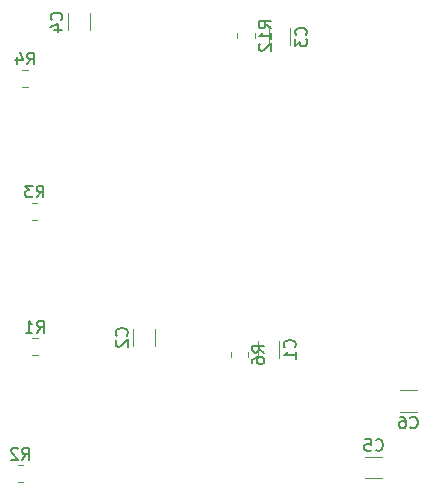
<source format=gbr>
%TF.GenerationSoftware,KiCad,Pcbnew,7.0.5*%
%TF.CreationDate,2023-11-23T21:46:28-03:00*%
%TF.ProjectId,Inversor,496e7665-7273-46f7-922e-6b696361645f,rev?*%
%TF.SameCoordinates,Original*%
%TF.FileFunction,Legend,Bot*%
%TF.FilePolarity,Positive*%
%FSLAX46Y46*%
G04 Gerber Fmt 4.6, Leading zero omitted, Abs format (unit mm)*
G04 Created by KiCad (PCBNEW 7.0.5) date 2023-11-23 21:46:28*
%MOMM*%
%LPD*%
G01*
G04 APERTURE LIST*
%ADD10C,0.150000*%
%ADD11C,0.120000*%
G04 APERTURE END LIST*
D10*
%TO.C,R12*%
X85274819Y-82777142D02*
X84798628Y-82443809D01*
X85274819Y-82205714D02*
X84274819Y-82205714D01*
X84274819Y-82205714D02*
X84274819Y-82586666D01*
X84274819Y-82586666D02*
X84322438Y-82681904D01*
X84322438Y-82681904D02*
X84370057Y-82729523D01*
X84370057Y-82729523D02*
X84465295Y-82777142D01*
X84465295Y-82777142D02*
X84608152Y-82777142D01*
X84608152Y-82777142D02*
X84703390Y-82729523D01*
X84703390Y-82729523D02*
X84751009Y-82681904D01*
X84751009Y-82681904D02*
X84798628Y-82586666D01*
X84798628Y-82586666D02*
X84798628Y-82205714D01*
X85274819Y-83729523D02*
X85274819Y-83158095D01*
X85274819Y-83443809D02*
X84274819Y-83443809D01*
X84274819Y-83443809D02*
X84417676Y-83348571D01*
X84417676Y-83348571D02*
X84512914Y-83253333D01*
X84512914Y-83253333D02*
X84560533Y-83158095D01*
X84370057Y-84110476D02*
X84322438Y-84158095D01*
X84322438Y-84158095D02*
X84274819Y-84253333D01*
X84274819Y-84253333D02*
X84274819Y-84491428D01*
X84274819Y-84491428D02*
X84322438Y-84586666D01*
X84322438Y-84586666D02*
X84370057Y-84634285D01*
X84370057Y-84634285D02*
X84465295Y-84681904D01*
X84465295Y-84681904D02*
X84560533Y-84681904D01*
X84560533Y-84681904D02*
X84703390Y-84634285D01*
X84703390Y-84634285D02*
X85274819Y-84062857D01*
X85274819Y-84062857D02*
X85274819Y-84681904D01*
%TO.C,R4*%
X64646666Y-85844819D02*
X64979999Y-85368628D01*
X65218094Y-85844819D02*
X65218094Y-84844819D01*
X65218094Y-84844819D02*
X64837142Y-84844819D01*
X64837142Y-84844819D02*
X64741904Y-84892438D01*
X64741904Y-84892438D02*
X64694285Y-84940057D01*
X64694285Y-84940057D02*
X64646666Y-85035295D01*
X64646666Y-85035295D02*
X64646666Y-85178152D01*
X64646666Y-85178152D02*
X64694285Y-85273390D01*
X64694285Y-85273390D02*
X64741904Y-85321009D01*
X64741904Y-85321009D02*
X64837142Y-85368628D01*
X64837142Y-85368628D02*
X65218094Y-85368628D01*
X63789523Y-85178152D02*
X63789523Y-85844819D01*
X64027618Y-84797200D02*
X64265713Y-85511485D01*
X64265713Y-85511485D02*
X63646666Y-85511485D01*
%TO.C,R6*%
X84724819Y-110243333D02*
X84248628Y-109910000D01*
X84724819Y-109671905D02*
X83724819Y-109671905D01*
X83724819Y-109671905D02*
X83724819Y-110052857D01*
X83724819Y-110052857D02*
X83772438Y-110148095D01*
X83772438Y-110148095D02*
X83820057Y-110195714D01*
X83820057Y-110195714D02*
X83915295Y-110243333D01*
X83915295Y-110243333D02*
X84058152Y-110243333D01*
X84058152Y-110243333D02*
X84153390Y-110195714D01*
X84153390Y-110195714D02*
X84201009Y-110148095D01*
X84201009Y-110148095D02*
X84248628Y-110052857D01*
X84248628Y-110052857D02*
X84248628Y-109671905D01*
X83724819Y-111100476D02*
X83724819Y-110910000D01*
X83724819Y-110910000D02*
X83772438Y-110814762D01*
X83772438Y-110814762D02*
X83820057Y-110767143D01*
X83820057Y-110767143D02*
X83962914Y-110671905D01*
X83962914Y-110671905D02*
X84153390Y-110624286D01*
X84153390Y-110624286D02*
X84534342Y-110624286D01*
X84534342Y-110624286D02*
X84629580Y-110671905D01*
X84629580Y-110671905D02*
X84677200Y-110719524D01*
X84677200Y-110719524D02*
X84724819Y-110814762D01*
X84724819Y-110814762D02*
X84724819Y-111005238D01*
X84724819Y-111005238D02*
X84677200Y-111100476D01*
X84677200Y-111100476D02*
X84629580Y-111148095D01*
X84629580Y-111148095D02*
X84534342Y-111195714D01*
X84534342Y-111195714D02*
X84296247Y-111195714D01*
X84296247Y-111195714D02*
X84201009Y-111148095D01*
X84201009Y-111148095D02*
X84153390Y-111100476D01*
X84153390Y-111100476D02*
X84105771Y-111005238D01*
X84105771Y-111005238D02*
X84105771Y-110814762D01*
X84105771Y-110814762D02*
X84153390Y-110719524D01*
X84153390Y-110719524D02*
X84201009Y-110671905D01*
X84201009Y-110671905D02*
X84296247Y-110624286D01*
%TO.C,R2*%
X64246666Y-119314819D02*
X64579999Y-118838628D01*
X64818094Y-119314819D02*
X64818094Y-118314819D01*
X64818094Y-118314819D02*
X64437142Y-118314819D01*
X64437142Y-118314819D02*
X64341904Y-118362438D01*
X64341904Y-118362438D02*
X64294285Y-118410057D01*
X64294285Y-118410057D02*
X64246666Y-118505295D01*
X64246666Y-118505295D02*
X64246666Y-118648152D01*
X64246666Y-118648152D02*
X64294285Y-118743390D01*
X64294285Y-118743390D02*
X64341904Y-118791009D01*
X64341904Y-118791009D02*
X64437142Y-118838628D01*
X64437142Y-118838628D02*
X64818094Y-118838628D01*
X63865713Y-118410057D02*
X63818094Y-118362438D01*
X63818094Y-118362438D02*
X63722856Y-118314819D01*
X63722856Y-118314819D02*
X63484761Y-118314819D01*
X63484761Y-118314819D02*
X63389523Y-118362438D01*
X63389523Y-118362438D02*
X63341904Y-118410057D01*
X63341904Y-118410057D02*
X63294285Y-118505295D01*
X63294285Y-118505295D02*
X63294285Y-118600533D01*
X63294285Y-118600533D02*
X63341904Y-118743390D01*
X63341904Y-118743390D02*
X63913332Y-119314819D01*
X63913332Y-119314819D02*
X63294285Y-119314819D01*
%TO.C,C6*%
X97091666Y-116564580D02*
X97139285Y-116612200D01*
X97139285Y-116612200D02*
X97282142Y-116659819D01*
X97282142Y-116659819D02*
X97377380Y-116659819D01*
X97377380Y-116659819D02*
X97520237Y-116612200D01*
X97520237Y-116612200D02*
X97615475Y-116516961D01*
X97615475Y-116516961D02*
X97663094Y-116421723D01*
X97663094Y-116421723D02*
X97710713Y-116231247D01*
X97710713Y-116231247D02*
X97710713Y-116088390D01*
X97710713Y-116088390D02*
X97663094Y-115897914D01*
X97663094Y-115897914D02*
X97615475Y-115802676D01*
X97615475Y-115802676D02*
X97520237Y-115707438D01*
X97520237Y-115707438D02*
X97377380Y-115659819D01*
X97377380Y-115659819D02*
X97282142Y-115659819D01*
X97282142Y-115659819D02*
X97139285Y-115707438D01*
X97139285Y-115707438D02*
X97091666Y-115755057D01*
X96234523Y-115659819D02*
X96424999Y-115659819D01*
X96424999Y-115659819D02*
X96520237Y-115707438D01*
X96520237Y-115707438D02*
X96567856Y-115755057D01*
X96567856Y-115755057D02*
X96663094Y-115897914D01*
X96663094Y-115897914D02*
X96710713Y-116088390D01*
X96710713Y-116088390D02*
X96710713Y-116469342D01*
X96710713Y-116469342D02*
X96663094Y-116564580D01*
X96663094Y-116564580D02*
X96615475Y-116612200D01*
X96615475Y-116612200D02*
X96520237Y-116659819D01*
X96520237Y-116659819D02*
X96329761Y-116659819D01*
X96329761Y-116659819D02*
X96234523Y-116612200D01*
X96234523Y-116612200D02*
X96186904Y-116564580D01*
X96186904Y-116564580D02*
X96139285Y-116469342D01*
X96139285Y-116469342D02*
X96139285Y-116231247D01*
X96139285Y-116231247D02*
X96186904Y-116136009D01*
X96186904Y-116136009D02*
X96234523Y-116088390D01*
X96234523Y-116088390D02*
X96329761Y-116040771D01*
X96329761Y-116040771D02*
X96520237Y-116040771D01*
X96520237Y-116040771D02*
X96615475Y-116088390D01*
X96615475Y-116088390D02*
X96663094Y-116136009D01*
X96663094Y-116136009D02*
X96710713Y-116231247D01*
%TO.C,C3*%
X88239580Y-83343333D02*
X88287200Y-83295714D01*
X88287200Y-83295714D02*
X88334819Y-83152857D01*
X88334819Y-83152857D02*
X88334819Y-83057619D01*
X88334819Y-83057619D02*
X88287200Y-82914762D01*
X88287200Y-82914762D02*
X88191961Y-82819524D01*
X88191961Y-82819524D02*
X88096723Y-82771905D01*
X88096723Y-82771905D02*
X87906247Y-82724286D01*
X87906247Y-82724286D02*
X87763390Y-82724286D01*
X87763390Y-82724286D02*
X87572914Y-82771905D01*
X87572914Y-82771905D02*
X87477676Y-82819524D01*
X87477676Y-82819524D02*
X87382438Y-82914762D01*
X87382438Y-82914762D02*
X87334819Y-83057619D01*
X87334819Y-83057619D02*
X87334819Y-83152857D01*
X87334819Y-83152857D02*
X87382438Y-83295714D01*
X87382438Y-83295714D02*
X87430057Y-83343333D01*
X87334819Y-83676667D02*
X87334819Y-84295714D01*
X87334819Y-84295714D02*
X87715771Y-83962381D01*
X87715771Y-83962381D02*
X87715771Y-84105238D01*
X87715771Y-84105238D02*
X87763390Y-84200476D01*
X87763390Y-84200476D02*
X87811009Y-84248095D01*
X87811009Y-84248095D02*
X87906247Y-84295714D01*
X87906247Y-84295714D02*
X88144342Y-84295714D01*
X88144342Y-84295714D02*
X88239580Y-84248095D01*
X88239580Y-84248095D02*
X88287200Y-84200476D01*
X88287200Y-84200476D02*
X88334819Y-84105238D01*
X88334819Y-84105238D02*
X88334819Y-83819524D01*
X88334819Y-83819524D02*
X88287200Y-83724286D01*
X88287200Y-83724286D02*
X88239580Y-83676667D01*
%TO.C,R1*%
X65486666Y-108549819D02*
X65819999Y-108073628D01*
X66058094Y-108549819D02*
X66058094Y-107549819D01*
X66058094Y-107549819D02*
X65677142Y-107549819D01*
X65677142Y-107549819D02*
X65581904Y-107597438D01*
X65581904Y-107597438D02*
X65534285Y-107645057D01*
X65534285Y-107645057D02*
X65486666Y-107740295D01*
X65486666Y-107740295D02*
X65486666Y-107883152D01*
X65486666Y-107883152D02*
X65534285Y-107978390D01*
X65534285Y-107978390D02*
X65581904Y-108026009D01*
X65581904Y-108026009D02*
X65677142Y-108073628D01*
X65677142Y-108073628D02*
X66058094Y-108073628D01*
X64534285Y-108549819D02*
X65105713Y-108549819D01*
X64819999Y-108549819D02*
X64819999Y-107549819D01*
X64819999Y-107549819D02*
X64915237Y-107692676D01*
X64915237Y-107692676D02*
X65010475Y-107787914D01*
X65010475Y-107787914D02*
X65105713Y-107835533D01*
%TO.C,C5*%
X94166666Y-118474580D02*
X94214285Y-118522200D01*
X94214285Y-118522200D02*
X94357142Y-118569819D01*
X94357142Y-118569819D02*
X94452380Y-118569819D01*
X94452380Y-118569819D02*
X94595237Y-118522200D01*
X94595237Y-118522200D02*
X94690475Y-118426961D01*
X94690475Y-118426961D02*
X94738094Y-118331723D01*
X94738094Y-118331723D02*
X94785713Y-118141247D01*
X94785713Y-118141247D02*
X94785713Y-117998390D01*
X94785713Y-117998390D02*
X94738094Y-117807914D01*
X94738094Y-117807914D02*
X94690475Y-117712676D01*
X94690475Y-117712676D02*
X94595237Y-117617438D01*
X94595237Y-117617438D02*
X94452380Y-117569819D01*
X94452380Y-117569819D02*
X94357142Y-117569819D01*
X94357142Y-117569819D02*
X94214285Y-117617438D01*
X94214285Y-117617438D02*
X94166666Y-117665057D01*
X93261904Y-117569819D02*
X93738094Y-117569819D01*
X93738094Y-117569819D02*
X93785713Y-118046009D01*
X93785713Y-118046009D02*
X93738094Y-117998390D01*
X93738094Y-117998390D02*
X93642856Y-117950771D01*
X93642856Y-117950771D02*
X93404761Y-117950771D01*
X93404761Y-117950771D02*
X93309523Y-117998390D01*
X93309523Y-117998390D02*
X93261904Y-118046009D01*
X93261904Y-118046009D02*
X93214285Y-118141247D01*
X93214285Y-118141247D02*
X93214285Y-118379342D01*
X93214285Y-118379342D02*
X93261904Y-118474580D01*
X93261904Y-118474580D02*
X93309523Y-118522200D01*
X93309523Y-118522200D02*
X93404761Y-118569819D01*
X93404761Y-118569819D02*
X93642856Y-118569819D01*
X93642856Y-118569819D02*
X93738094Y-118522200D01*
X93738094Y-118522200D02*
X93785713Y-118474580D01*
%TO.C,C1*%
X87289580Y-109798333D02*
X87337200Y-109750714D01*
X87337200Y-109750714D02*
X87384819Y-109607857D01*
X87384819Y-109607857D02*
X87384819Y-109512619D01*
X87384819Y-109512619D02*
X87337200Y-109369762D01*
X87337200Y-109369762D02*
X87241961Y-109274524D01*
X87241961Y-109274524D02*
X87146723Y-109226905D01*
X87146723Y-109226905D02*
X86956247Y-109179286D01*
X86956247Y-109179286D02*
X86813390Y-109179286D01*
X86813390Y-109179286D02*
X86622914Y-109226905D01*
X86622914Y-109226905D02*
X86527676Y-109274524D01*
X86527676Y-109274524D02*
X86432438Y-109369762D01*
X86432438Y-109369762D02*
X86384819Y-109512619D01*
X86384819Y-109512619D02*
X86384819Y-109607857D01*
X86384819Y-109607857D02*
X86432438Y-109750714D01*
X86432438Y-109750714D02*
X86480057Y-109798333D01*
X87384819Y-110750714D02*
X87384819Y-110179286D01*
X87384819Y-110465000D02*
X86384819Y-110465000D01*
X86384819Y-110465000D02*
X86527676Y-110369762D01*
X86527676Y-110369762D02*
X86622914Y-110274524D01*
X86622914Y-110274524D02*
X86670533Y-110179286D01*
%TO.C,C4*%
X67539580Y-82073333D02*
X67587200Y-82025714D01*
X67587200Y-82025714D02*
X67634819Y-81882857D01*
X67634819Y-81882857D02*
X67634819Y-81787619D01*
X67634819Y-81787619D02*
X67587200Y-81644762D01*
X67587200Y-81644762D02*
X67491961Y-81549524D01*
X67491961Y-81549524D02*
X67396723Y-81501905D01*
X67396723Y-81501905D02*
X67206247Y-81454286D01*
X67206247Y-81454286D02*
X67063390Y-81454286D01*
X67063390Y-81454286D02*
X66872914Y-81501905D01*
X66872914Y-81501905D02*
X66777676Y-81549524D01*
X66777676Y-81549524D02*
X66682438Y-81644762D01*
X66682438Y-81644762D02*
X66634819Y-81787619D01*
X66634819Y-81787619D02*
X66634819Y-81882857D01*
X66634819Y-81882857D02*
X66682438Y-82025714D01*
X66682438Y-82025714D02*
X66730057Y-82073333D01*
X66968152Y-82930476D02*
X67634819Y-82930476D01*
X66587200Y-82692381D02*
X67301485Y-82454286D01*
X67301485Y-82454286D02*
X67301485Y-83073333D01*
%TO.C,C2*%
X73069580Y-108803333D02*
X73117200Y-108755714D01*
X73117200Y-108755714D02*
X73164819Y-108612857D01*
X73164819Y-108612857D02*
X73164819Y-108517619D01*
X73164819Y-108517619D02*
X73117200Y-108374762D01*
X73117200Y-108374762D02*
X73021961Y-108279524D01*
X73021961Y-108279524D02*
X72926723Y-108231905D01*
X72926723Y-108231905D02*
X72736247Y-108184286D01*
X72736247Y-108184286D02*
X72593390Y-108184286D01*
X72593390Y-108184286D02*
X72402914Y-108231905D01*
X72402914Y-108231905D02*
X72307676Y-108279524D01*
X72307676Y-108279524D02*
X72212438Y-108374762D01*
X72212438Y-108374762D02*
X72164819Y-108517619D01*
X72164819Y-108517619D02*
X72164819Y-108612857D01*
X72164819Y-108612857D02*
X72212438Y-108755714D01*
X72212438Y-108755714D02*
X72260057Y-108803333D01*
X72260057Y-109184286D02*
X72212438Y-109231905D01*
X72212438Y-109231905D02*
X72164819Y-109327143D01*
X72164819Y-109327143D02*
X72164819Y-109565238D01*
X72164819Y-109565238D02*
X72212438Y-109660476D01*
X72212438Y-109660476D02*
X72260057Y-109708095D01*
X72260057Y-109708095D02*
X72355295Y-109755714D01*
X72355295Y-109755714D02*
X72450533Y-109755714D01*
X72450533Y-109755714D02*
X72593390Y-109708095D01*
X72593390Y-109708095D02*
X73164819Y-109136667D01*
X73164819Y-109136667D02*
X73164819Y-109755714D01*
%TO.C,R3*%
X65454166Y-97114819D02*
X65787499Y-96638628D01*
X66025594Y-97114819D02*
X66025594Y-96114819D01*
X66025594Y-96114819D02*
X65644642Y-96114819D01*
X65644642Y-96114819D02*
X65549404Y-96162438D01*
X65549404Y-96162438D02*
X65501785Y-96210057D01*
X65501785Y-96210057D02*
X65454166Y-96305295D01*
X65454166Y-96305295D02*
X65454166Y-96448152D01*
X65454166Y-96448152D02*
X65501785Y-96543390D01*
X65501785Y-96543390D02*
X65549404Y-96591009D01*
X65549404Y-96591009D02*
X65644642Y-96638628D01*
X65644642Y-96638628D02*
X66025594Y-96638628D01*
X65120832Y-96114819D02*
X64501785Y-96114819D01*
X64501785Y-96114819D02*
X64835118Y-96495771D01*
X64835118Y-96495771D02*
X64692261Y-96495771D01*
X64692261Y-96495771D02*
X64597023Y-96543390D01*
X64597023Y-96543390D02*
X64549404Y-96591009D01*
X64549404Y-96591009D02*
X64501785Y-96686247D01*
X64501785Y-96686247D02*
X64501785Y-96924342D01*
X64501785Y-96924342D02*
X64549404Y-97019580D01*
X64549404Y-97019580D02*
X64597023Y-97067200D01*
X64597023Y-97067200D02*
X64692261Y-97114819D01*
X64692261Y-97114819D02*
X64977975Y-97114819D01*
X64977975Y-97114819D02*
X65073213Y-97067200D01*
X65073213Y-97067200D02*
X65120832Y-97019580D01*
D11*
%TO.C,R12*%
X82435000Y-83647064D02*
X82435000Y-83192936D01*
X83905000Y-83647064D02*
X83905000Y-83192936D01*
%TO.C,R4*%
X64707064Y-87775000D02*
X64252936Y-87775000D01*
X64707064Y-86305000D02*
X64252936Y-86305000D01*
%TO.C,R6*%
X81885000Y-110637064D02*
X81885000Y-110182936D01*
X83355000Y-110637064D02*
X83355000Y-110182936D01*
%TO.C,R2*%
X64307064Y-121245000D02*
X63852936Y-121245000D01*
X64307064Y-119775000D02*
X63852936Y-119775000D01*
%TO.C,C6*%
X96213748Y-113445000D02*
X97636252Y-113445000D01*
X96213748Y-115265000D02*
X97636252Y-115265000D01*
%TO.C,C3*%
X85120000Y-84221252D02*
X85120000Y-82798748D01*
X86940000Y-84221252D02*
X86940000Y-82798748D01*
%TO.C,R1*%
X65547064Y-110480000D02*
X65092936Y-110480000D01*
X65547064Y-109010000D02*
X65092936Y-109010000D01*
%TO.C,C5*%
X94711252Y-120875000D02*
X93288748Y-120875000D01*
X94711252Y-119055000D02*
X93288748Y-119055000D01*
%TO.C,C1*%
X84170000Y-110676252D02*
X84170000Y-109253748D01*
X85990000Y-110676252D02*
X85990000Y-109253748D01*
%TO.C,C4*%
X69940000Y-81528748D02*
X69940000Y-82951252D01*
X68120000Y-81528748D02*
X68120000Y-82951252D01*
%TO.C,C2*%
X75470000Y-108258748D02*
X75470000Y-109681252D01*
X73650000Y-108258748D02*
X73650000Y-109681252D01*
%TO.C,R3*%
X65514564Y-99045000D02*
X65060436Y-99045000D01*
X65514564Y-97575000D02*
X65060436Y-97575000D01*
%TD*%
M02*

</source>
